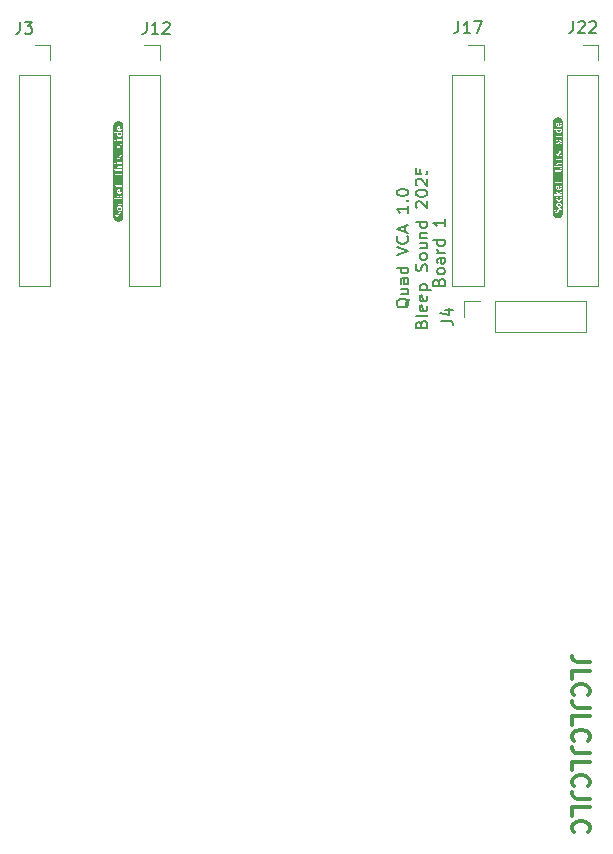
<source format=gto>
G04 #@! TF.GenerationSoftware,KiCad,Pcbnew,8.0.6-8.0.6-0~ubuntu22.04.1*
G04 #@! TF.CreationDate,2025-01-13T21:54:26+00:00*
G04 #@! TF.ProjectId,Basic_VCA,42617369-635f-4564-9341-2e6b69636164,rev?*
G04 #@! TF.SameCoordinates,Original*
G04 #@! TF.FileFunction,Legend,Top*
G04 #@! TF.FilePolarity,Positive*
%FSLAX46Y46*%
G04 Gerber Fmt 4.6, Leading zero omitted, Abs format (unit mm)*
G04 Created by KiCad (PCBNEW 8.0.6-8.0.6-0~ubuntu22.04.1) date 2025-01-13 21:54:26*
%MOMM*%
%LPD*%
G01*
G04 APERTURE LIST*
%ADD10C,0.300000*%
%ADD11C,0.150000*%
%ADD12C,0.120000*%
%ADD13C,0.000000*%
%ADD14R,1.700000X1.700000*%
%ADD15O,1.700000X1.700000*%
%ADD16C,3.200000*%
%ADD17C,1.600000*%
%ADD18O,1.600000X1.600000*%
%ADD19R,1.050000X1.500000*%
%ADD20O,1.050000X1.500000*%
%ADD21C,1.440000*%
%ADD22R,1.600000X1.600000*%
%ADD23C,1.700000*%
%ADD24C,0.800000*%
G04 APERTURE END LIST*
D10*
X103321671Y-127671428D02*
X102250242Y-127671428D01*
X102250242Y-127671428D02*
X102035957Y-127599999D01*
X102035957Y-127599999D02*
X101893100Y-127457142D01*
X101893100Y-127457142D02*
X101821671Y-127242856D01*
X101821671Y-127242856D02*
X101821671Y-127099999D01*
X101821671Y-129099999D02*
X101821671Y-128385713D01*
X101821671Y-128385713D02*
X103321671Y-128385713D01*
X101964528Y-130457142D02*
X101893100Y-130385714D01*
X101893100Y-130385714D02*
X101821671Y-130171428D01*
X101821671Y-130171428D02*
X101821671Y-130028571D01*
X101821671Y-130028571D02*
X101893100Y-129814285D01*
X101893100Y-129814285D02*
X102035957Y-129671428D01*
X102035957Y-129671428D02*
X102178814Y-129599999D01*
X102178814Y-129599999D02*
X102464528Y-129528571D01*
X102464528Y-129528571D02*
X102678814Y-129528571D01*
X102678814Y-129528571D02*
X102964528Y-129599999D01*
X102964528Y-129599999D02*
X103107385Y-129671428D01*
X103107385Y-129671428D02*
X103250242Y-129814285D01*
X103250242Y-129814285D02*
X103321671Y-130028571D01*
X103321671Y-130028571D02*
X103321671Y-130171428D01*
X103321671Y-130171428D02*
X103250242Y-130385714D01*
X103250242Y-130385714D02*
X103178814Y-130457142D01*
X103321671Y-131528571D02*
X102250242Y-131528571D01*
X102250242Y-131528571D02*
X102035957Y-131457142D01*
X102035957Y-131457142D02*
X101893100Y-131314285D01*
X101893100Y-131314285D02*
X101821671Y-131099999D01*
X101821671Y-131099999D02*
X101821671Y-130957142D01*
X101821671Y-132957142D02*
X101821671Y-132242856D01*
X101821671Y-132242856D02*
X103321671Y-132242856D01*
X101964528Y-134314285D02*
X101893100Y-134242857D01*
X101893100Y-134242857D02*
X101821671Y-134028571D01*
X101821671Y-134028571D02*
X101821671Y-133885714D01*
X101821671Y-133885714D02*
X101893100Y-133671428D01*
X101893100Y-133671428D02*
X102035957Y-133528571D01*
X102035957Y-133528571D02*
X102178814Y-133457142D01*
X102178814Y-133457142D02*
X102464528Y-133385714D01*
X102464528Y-133385714D02*
X102678814Y-133385714D01*
X102678814Y-133385714D02*
X102964528Y-133457142D01*
X102964528Y-133457142D02*
X103107385Y-133528571D01*
X103107385Y-133528571D02*
X103250242Y-133671428D01*
X103250242Y-133671428D02*
X103321671Y-133885714D01*
X103321671Y-133885714D02*
X103321671Y-134028571D01*
X103321671Y-134028571D02*
X103250242Y-134242857D01*
X103250242Y-134242857D02*
X103178814Y-134314285D01*
X103321671Y-135385714D02*
X102250242Y-135385714D01*
X102250242Y-135385714D02*
X102035957Y-135314285D01*
X102035957Y-135314285D02*
X101893100Y-135171428D01*
X101893100Y-135171428D02*
X101821671Y-134957142D01*
X101821671Y-134957142D02*
X101821671Y-134814285D01*
X101821671Y-136814285D02*
X101821671Y-136099999D01*
X101821671Y-136099999D02*
X103321671Y-136099999D01*
X101964528Y-138171428D02*
X101893100Y-138100000D01*
X101893100Y-138100000D02*
X101821671Y-137885714D01*
X101821671Y-137885714D02*
X101821671Y-137742857D01*
X101821671Y-137742857D02*
X101893100Y-137528571D01*
X101893100Y-137528571D02*
X102035957Y-137385714D01*
X102035957Y-137385714D02*
X102178814Y-137314285D01*
X102178814Y-137314285D02*
X102464528Y-137242857D01*
X102464528Y-137242857D02*
X102678814Y-137242857D01*
X102678814Y-137242857D02*
X102964528Y-137314285D01*
X102964528Y-137314285D02*
X103107385Y-137385714D01*
X103107385Y-137385714D02*
X103250242Y-137528571D01*
X103250242Y-137528571D02*
X103321671Y-137742857D01*
X103321671Y-137742857D02*
X103321671Y-137885714D01*
X103321671Y-137885714D02*
X103250242Y-138100000D01*
X103250242Y-138100000D02*
X103178814Y-138171428D01*
X103321671Y-139242857D02*
X102250242Y-139242857D01*
X102250242Y-139242857D02*
X102035957Y-139171428D01*
X102035957Y-139171428D02*
X101893100Y-139028571D01*
X101893100Y-139028571D02*
X101821671Y-138814285D01*
X101821671Y-138814285D02*
X101821671Y-138671428D01*
X101821671Y-140671428D02*
X101821671Y-139957142D01*
X101821671Y-139957142D02*
X103321671Y-139957142D01*
X101964528Y-142028571D02*
X101893100Y-141957143D01*
X101893100Y-141957143D02*
X101821671Y-141742857D01*
X101821671Y-141742857D02*
X101821671Y-141600000D01*
X101821671Y-141600000D02*
X101893100Y-141385714D01*
X101893100Y-141385714D02*
X102035957Y-141242857D01*
X102035957Y-141242857D02*
X102178814Y-141171428D01*
X102178814Y-141171428D02*
X102464528Y-141100000D01*
X102464528Y-141100000D02*
X102678814Y-141100000D01*
X102678814Y-141100000D02*
X102964528Y-141171428D01*
X102964528Y-141171428D02*
X103107385Y-141242857D01*
X103107385Y-141242857D02*
X103250242Y-141385714D01*
X103250242Y-141385714D02*
X103321671Y-141600000D01*
X103321671Y-141600000D02*
X103321671Y-141742857D01*
X103321671Y-141742857D02*
X103250242Y-141957143D01*
X103250242Y-141957143D02*
X103178814Y-142028571D01*
D11*
X88045085Y-96885714D02*
X87997466Y-96980952D01*
X87997466Y-96980952D02*
X87902228Y-97076190D01*
X87902228Y-97076190D02*
X87759370Y-97219047D01*
X87759370Y-97219047D02*
X87711751Y-97314285D01*
X87711751Y-97314285D02*
X87711751Y-97409523D01*
X87949847Y-97361904D02*
X87902228Y-97457142D01*
X87902228Y-97457142D02*
X87806989Y-97552380D01*
X87806989Y-97552380D02*
X87616513Y-97599999D01*
X87616513Y-97599999D02*
X87283180Y-97599999D01*
X87283180Y-97599999D02*
X87092704Y-97552380D01*
X87092704Y-97552380D02*
X86997466Y-97457142D01*
X86997466Y-97457142D02*
X86949847Y-97361904D01*
X86949847Y-97361904D02*
X86949847Y-97171428D01*
X86949847Y-97171428D02*
X86997466Y-97076190D01*
X86997466Y-97076190D02*
X87092704Y-96980952D01*
X87092704Y-96980952D02*
X87283180Y-96933333D01*
X87283180Y-96933333D02*
X87616513Y-96933333D01*
X87616513Y-96933333D02*
X87806989Y-96980952D01*
X87806989Y-96980952D02*
X87902228Y-97076190D01*
X87902228Y-97076190D02*
X87949847Y-97171428D01*
X87949847Y-97171428D02*
X87949847Y-97361904D01*
X87283180Y-96076190D02*
X87949847Y-96076190D01*
X87283180Y-96504761D02*
X87806989Y-96504761D01*
X87806989Y-96504761D02*
X87902228Y-96457142D01*
X87902228Y-96457142D02*
X87949847Y-96361904D01*
X87949847Y-96361904D02*
X87949847Y-96219047D01*
X87949847Y-96219047D02*
X87902228Y-96123809D01*
X87902228Y-96123809D02*
X87854608Y-96076190D01*
X87949847Y-95171428D02*
X87426037Y-95171428D01*
X87426037Y-95171428D02*
X87330799Y-95219047D01*
X87330799Y-95219047D02*
X87283180Y-95314285D01*
X87283180Y-95314285D02*
X87283180Y-95504761D01*
X87283180Y-95504761D02*
X87330799Y-95599999D01*
X87902228Y-95171428D02*
X87949847Y-95266666D01*
X87949847Y-95266666D02*
X87949847Y-95504761D01*
X87949847Y-95504761D02*
X87902228Y-95599999D01*
X87902228Y-95599999D02*
X87806989Y-95647618D01*
X87806989Y-95647618D02*
X87711751Y-95647618D01*
X87711751Y-95647618D02*
X87616513Y-95599999D01*
X87616513Y-95599999D02*
X87568894Y-95504761D01*
X87568894Y-95504761D02*
X87568894Y-95266666D01*
X87568894Y-95266666D02*
X87521275Y-95171428D01*
X87949847Y-94266666D02*
X86949847Y-94266666D01*
X87902228Y-94266666D02*
X87949847Y-94361904D01*
X87949847Y-94361904D02*
X87949847Y-94552380D01*
X87949847Y-94552380D02*
X87902228Y-94647618D01*
X87902228Y-94647618D02*
X87854608Y-94695237D01*
X87854608Y-94695237D02*
X87759370Y-94742856D01*
X87759370Y-94742856D02*
X87473656Y-94742856D01*
X87473656Y-94742856D02*
X87378418Y-94695237D01*
X87378418Y-94695237D02*
X87330799Y-94647618D01*
X87330799Y-94647618D02*
X87283180Y-94552380D01*
X87283180Y-94552380D02*
X87283180Y-94361904D01*
X87283180Y-94361904D02*
X87330799Y-94266666D01*
X86949847Y-93171427D02*
X87949847Y-92838094D01*
X87949847Y-92838094D02*
X86949847Y-92504761D01*
X87854608Y-91599999D02*
X87902228Y-91647618D01*
X87902228Y-91647618D02*
X87949847Y-91790475D01*
X87949847Y-91790475D02*
X87949847Y-91885713D01*
X87949847Y-91885713D02*
X87902228Y-92028570D01*
X87902228Y-92028570D02*
X87806989Y-92123808D01*
X87806989Y-92123808D02*
X87711751Y-92171427D01*
X87711751Y-92171427D02*
X87521275Y-92219046D01*
X87521275Y-92219046D02*
X87378418Y-92219046D01*
X87378418Y-92219046D02*
X87187942Y-92171427D01*
X87187942Y-92171427D02*
X87092704Y-92123808D01*
X87092704Y-92123808D02*
X86997466Y-92028570D01*
X86997466Y-92028570D02*
X86949847Y-91885713D01*
X86949847Y-91885713D02*
X86949847Y-91790475D01*
X86949847Y-91790475D02*
X86997466Y-91647618D01*
X86997466Y-91647618D02*
X87045085Y-91599999D01*
X87664132Y-91219046D02*
X87664132Y-90742856D01*
X87949847Y-91314284D02*
X86949847Y-90980951D01*
X86949847Y-90980951D02*
X87949847Y-90647618D01*
X87949847Y-89028570D02*
X87949847Y-89599998D01*
X87949847Y-89314284D02*
X86949847Y-89314284D01*
X86949847Y-89314284D02*
X87092704Y-89409522D01*
X87092704Y-89409522D02*
X87187942Y-89504760D01*
X87187942Y-89504760D02*
X87235561Y-89599998D01*
X87854608Y-88599998D02*
X87902228Y-88552379D01*
X87902228Y-88552379D02*
X87949847Y-88599998D01*
X87949847Y-88599998D02*
X87902228Y-88647617D01*
X87902228Y-88647617D02*
X87854608Y-88599998D01*
X87854608Y-88599998D02*
X87949847Y-88599998D01*
X86949847Y-87933332D02*
X86949847Y-87838094D01*
X86949847Y-87838094D02*
X86997466Y-87742856D01*
X86997466Y-87742856D02*
X87045085Y-87695237D01*
X87045085Y-87695237D02*
X87140323Y-87647618D01*
X87140323Y-87647618D02*
X87330799Y-87599999D01*
X87330799Y-87599999D02*
X87568894Y-87599999D01*
X87568894Y-87599999D02*
X87759370Y-87647618D01*
X87759370Y-87647618D02*
X87854608Y-87695237D01*
X87854608Y-87695237D02*
X87902228Y-87742856D01*
X87902228Y-87742856D02*
X87949847Y-87838094D01*
X87949847Y-87838094D02*
X87949847Y-87933332D01*
X87949847Y-87933332D02*
X87902228Y-88028570D01*
X87902228Y-88028570D02*
X87854608Y-88076189D01*
X87854608Y-88076189D02*
X87759370Y-88123808D01*
X87759370Y-88123808D02*
X87568894Y-88171427D01*
X87568894Y-88171427D02*
X87330799Y-88171427D01*
X87330799Y-88171427D02*
X87140323Y-88123808D01*
X87140323Y-88123808D02*
X87045085Y-88076189D01*
X87045085Y-88076189D02*
X86997466Y-88028570D01*
X86997466Y-88028570D02*
X86949847Y-87933332D01*
X89035981Y-99052381D02*
X89083600Y-98909524D01*
X89083600Y-98909524D02*
X89131219Y-98861905D01*
X89131219Y-98861905D02*
X89226457Y-98814286D01*
X89226457Y-98814286D02*
X89369314Y-98814286D01*
X89369314Y-98814286D02*
X89464552Y-98861905D01*
X89464552Y-98861905D02*
X89512172Y-98909524D01*
X89512172Y-98909524D02*
X89559791Y-99004762D01*
X89559791Y-99004762D02*
X89559791Y-99385714D01*
X89559791Y-99385714D02*
X88559791Y-99385714D01*
X88559791Y-99385714D02*
X88559791Y-99052381D01*
X88559791Y-99052381D02*
X88607410Y-98957143D01*
X88607410Y-98957143D02*
X88655029Y-98909524D01*
X88655029Y-98909524D02*
X88750267Y-98861905D01*
X88750267Y-98861905D02*
X88845505Y-98861905D01*
X88845505Y-98861905D02*
X88940743Y-98909524D01*
X88940743Y-98909524D02*
X88988362Y-98957143D01*
X88988362Y-98957143D02*
X89035981Y-99052381D01*
X89035981Y-99052381D02*
X89035981Y-99385714D01*
X89559791Y-98242857D02*
X89512172Y-98338095D01*
X89512172Y-98338095D02*
X89416933Y-98385714D01*
X89416933Y-98385714D02*
X88559791Y-98385714D01*
X89512172Y-97480952D02*
X89559791Y-97576190D01*
X89559791Y-97576190D02*
X89559791Y-97766666D01*
X89559791Y-97766666D02*
X89512172Y-97861904D01*
X89512172Y-97861904D02*
X89416933Y-97909523D01*
X89416933Y-97909523D02*
X89035981Y-97909523D01*
X89035981Y-97909523D02*
X88940743Y-97861904D01*
X88940743Y-97861904D02*
X88893124Y-97766666D01*
X88893124Y-97766666D02*
X88893124Y-97576190D01*
X88893124Y-97576190D02*
X88940743Y-97480952D01*
X88940743Y-97480952D02*
X89035981Y-97433333D01*
X89035981Y-97433333D02*
X89131219Y-97433333D01*
X89131219Y-97433333D02*
X89226457Y-97909523D01*
X89512172Y-96623809D02*
X89559791Y-96719047D01*
X89559791Y-96719047D02*
X89559791Y-96909523D01*
X89559791Y-96909523D02*
X89512172Y-97004761D01*
X89512172Y-97004761D02*
X89416933Y-97052380D01*
X89416933Y-97052380D02*
X89035981Y-97052380D01*
X89035981Y-97052380D02*
X88940743Y-97004761D01*
X88940743Y-97004761D02*
X88893124Y-96909523D01*
X88893124Y-96909523D02*
X88893124Y-96719047D01*
X88893124Y-96719047D02*
X88940743Y-96623809D01*
X88940743Y-96623809D02*
X89035981Y-96576190D01*
X89035981Y-96576190D02*
X89131219Y-96576190D01*
X89131219Y-96576190D02*
X89226457Y-97052380D01*
X88893124Y-96147618D02*
X89893124Y-96147618D01*
X88940743Y-96147618D02*
X88893124Y-96052380D01*
X88893124Y-96052380D02*
X88893124Y-95861904D01*
X88893124Y-95861904D02*
X88940743Y-95766666D01*
X88940743Y-95766666D02*
X88988362Y-95719047D01*
X88988362Y-95719047D02*
X89083600Y-95671428D01*
X89083600Y-95671428D02*
X89369314Y-95671428D01*
X89369314Y-95671428D02*
X89464552Y-95719047D01*
X89464552Y-95719047D02*
X89512172Y-95766666D01*
X89512172Y-95766666D02*
X89559791Y-95861904D01*
X89559791Y-95861904D02*
X89559791Y-96052380D01*
X89559791Y-96052380D02*
X89512172Y-96147618D01*
X89512172Y-94528570D02*
X89559791Y-94385713D01*
X89559791Y-94385713D02*
X89559791Y-94147618D01*
X89559791Y-94147618D02*
X89512172Y-94052380D01*
X89512172Y-94052380D02*
X89464552Y-94004761D01*
X89464552Y-94004761D02*
X89369314Y-93957142D01*
X89369314Y-93957142D02*
X89274076Y-93957142D01*
X89274076Y-93957142D02*
X89178838Y-94004761D01*
X89178838Y-94004761D02*
X89131219Y-94052380D01*
X89131219Y-94052380D02*
X89083600Y-94147618D01*
X89083600Y-94147618D02*
X89035981Y-94338094D01*
X89035981Y-94338094D02*
X88988362Y-94433332D01*
X88988362Y-94433332D02*
X88940743Y-94480951D01*
X88940743Y-94480951D02*
X88845505Y-94528570D01*
X88845505Y-94528570D02*
X88750267Y-94528570D01*
X88750267Y-94528570D02*
X88655029Y-94480951D01*
X88655029Y-94480951D02*
X88607410Y-94433332D01*
X88607410Y-94433332D02*
X88559791Y-94338094D01*
X88559791Y-94338094D02*
X88559791Y-94099999D01*
X88559791Y-94099999D02*
X88607410Y-93957142D01*
X89559791Y-93385713D02*
X89512172Y-93480951D01*
X89512172Y-93480951D02*
X89464552Y-93528570D01*
X89464552Y-93528570D02*
X89369314Y-93576189D01*
X89369314Y-93576189D02*
X89083600Y-93576189D01*
X89083600Y-93576189D02*
X88988362Y-93528570D01*
X88988362Y-93528570D02*
X88940743Y-93480951D01*
X88940743Y-93480951D02*
X88893124Y-93385713D01*
X88893124Y-93385713D02*
X88893124Y-93242856D01*
X88893124Y-93242856D02*
X88940743Y-93147618D01*
X88940743Y-93147618D02*
X88988362Y-93099999D01*
X88988362Y-93099999D02*
X89083600Y-93052380D01*
X89083600Y-93052380D02*
X89369314Y-93052380D01*
X89369314Y-93052380D02*
X89464552Y-93099999D01*
X89464552Y-93099999D02*
X89512172Y-93147618D01*
X89512172Y-93147618D02*
X89559791Y-93242856D01*
X89559791Y-93242856D02*
X89559791Y-93385713D01*
X88893124Y-92195237D02*
X89559791Y-92195237D01*
X88893124Y-92623808D02*
X89416933Y-92623808D01*
X89416933Y-92623808D02*
X89512172Y-92576189D01*
X89512172Y-92576189D02*
X89559791Y-92480951D01*
X89559791Y-92480951D02*
X89559791Y-92338094D01*
X89559791Y-92338094D02*
X89512172Y-92242856D01*
X89512172Y-92242856D02*
X89464552Y-92195237D01*
X88893124Y-91719046D02*
X89559791Y-91719046D01*
X88988362Y-91719046D02*
X88940743Y-91671427D01*
X88940743Y-91671427D02*
X88893124Y-91576189D01*
X88893124Y-91576189D02*
X88893124Y-91433332D01*
X88893124Y-91433332D02*
X88940743Y-91338094D01*
X88940743Y-91338094D02*
X89035981Y-91290475D01*
X89035981Y-91290475D02*
X89559791Y-91290475D01*
X89559791Y-90385713D02*
X88559791Y-90385713D01*
X89512172Y-90385713D02*
X89559791Y-90480951D01*
X89559791Y-90480951D02*
X89559791Y-90671427D01*
X89559791Y-90671427D02*
X89512172Y-90766665D01*
X89512172Y-90766665D02*
X89464552Y-90814284D01*
X89464552Y-90814284D02*
X89369314Y-90861903D01*
X89369314Y-90861903D02*
X89083600Y-90861903D01*
X89083600Y-90861903D02*
X88988362Y-90814284D01*
X88988362Y-90814284D02*
X88940743Y-90766665D01*
X88940743Y-90766665D02*
X88893124Y-90671427D01*
X88893124Y-90671427D02*
X88893124Y-90480951D01*
X88893124Y-90480951D02*
X88940743Y-90385713D01*
X88655029Y-89195236D02*
X88607410Y-89147617D01*
X88607410Y-89147617D02*
X88559791Y-89052379D01*
X88559791Y-89052379D02*
X88559791Y-88814284D01*
X88559791Y-88814284D02*
X88607410Y-88719046D01*
X88607410Y-88719046D02*
X88655029Y-88671427D01*
X88655029Y-88671427D02*
X88750267Y-88623808D01*
X88750267Y-88623808D02*
X88845505Y-88623808D01*
X88845505Y-88623808D02*
X88988362Y-88671427D01*
X88988362Y-88671427D02*
X89559791Y-89242855D01*
X89559791Y-89242855D02*
X89559791Y-88623808D01*
X88559791Y-88004760D02*
X88559791Y-87909522D01*
X88559791Y-87909522D02*
X88607410Y-87814284D01*
X88607410Y-87814284D02*
X88655029Y-87766665D01*
X88655029Y-87766665D02*
X88750267Y-87719046D01*
X88750267Y-87719046D02*
X88940743Y-87671427D01*
X88940743Y-87671427D02*
X89178838Y-87671427D01*
X89178838Y-87671427D02*
X89369314Y-87719046D01*
X89369314Y-87719046D02*
X89464552Y-87766665D01*
X89464552Y-87766665D02*
X89512172Y-87814284D01*
X89512172Y-87814284D02*
X89559791Y-87909522D01*
X89559791Y-87909522D02*
X89559791Y-88004760D01*
X89559791Y-88004760D02*
X89512172Y-88099998D01*
X89512172Y-88099998D02*
X89464552Y-88147617D01*
X89464552Y-88147617D02*
X89369314Y-88195236D01*
X89369314Y-88195236D02*
X89178838Y-88242855D01*
X89178838Y-88242855D02*
X88940743Y-88242855D01*
X88940743Y-88242855D02*
X88750267Y-88195236D01*
X88750267Y-88195236D02*
X88655029Y-88147617D01*
X88655029Y-88147617D02*
X88607410Y-88099998D01*
X88607410Y-88099998D02*
X88559791Y-88004760D01*
X88655029Y-87290474D02*
X88607410Y-87242855D01*
X88607410Y-87242855D02*
X88559791Y-87147617D01*
X88559791Y-87147617D02*
X88559791Y-86909522D01*
X88559791Y-86909522D02*
X88607410Y-86814284D01*
X88607410Y-86814284D02*
X88655029Y-86766665D01*
X88655029Y-86766665D02*
X88750267Y-86719046D01*
X88750267Y-86719046D02*
X88845505Y-86719046D01*
X88845505Y-86719046D02*
X88988362Y-86766665D01*
X88988362Y-86766665D02*
X89559791Y-87338093D01*
X89559791Y-87338093D02*
X89559791Y-86719046D01*
X88559791Y-85814284D02*
X88559791Y-86290474D01*
X88559791Y-86290474D02*
X89035981Y-86338093D01*
X89035981Y-86338093D02*
X88988362Y-86290474D01*
X88988362Y-86290474D02*
X88940743Y-86195236D01*
X88940743Y-86195236D02*
X88940743Y-85957141D01*
X88940743Y-85957141D02*
X88988362Y-85861903D01*
X88988362Y-85861903D02*
X89035981Y-85814284D01*
X89035981Y-85814284D02*
X89131219Y-85766665D01*
X89131219Y-85766665D02*
X89369314Y-85766665D01*
X89369314Y-85766665D02*
X89464552Y-85814284D01*
X89464552Y-85814284D02*
X89512172Y-85861903D01*
X89512172Y-85861903D02*
X89559791Y-85957141D01*
X89559791Y-85957141D02*
X89559791Y-86195236D01*
X89559791Y-86195236D02*
X89512172Y-86290474D01*
X89512172Y-86290474D02*
X89464552Y-86338093D01*
X90531009Y-95452381D02*
X90578628Y-95309524D01*
X90578628Y-95309524D02*
X90626247Y-95261905D01*
X90626247Y-95261905D02*
X90721485Y-95214286D01*
X90721485Y-95214286D02*
X90864342Y-95214286D01*
X90864342Y-95214286D02*
X90959580Y-95261905D01*
X90959580Y-95261905D02*
X91007200Y-95309524D01*
X91007200Y-95309524D02*
X91054819Y-95404762D01*
X91054819Y-95404762D02*
X91054819Y-95785714D01*
X91054819Y-95785714D02*
X90054819Y-95785714D01*
X90054819Y-95785714D02*
X90054819Y-95452381D01*
X90054819Y-95452381D02*
X90102438Y-95357143D01*
X90102438Y-95357143D02*
X90150057Y-95309524D01*
X90150057Y-95309524D02*
X90245295Y-95261905D01*
X90245295Y-95261905D02*
X90340533Y-95261905D01*
X90340533Y-95261905D02*
X90435771Y-95309524D01*
X90435771Y-95309524D02*
X90483390Y-95357143D01*
X90483390Y-95357143D02*
X90531009Y-95452381D01*
X90531009Y-95452381D02*
X90531009Y-95785714D01*
X91054819Y-94642857D02*
X91007200Y-94738095D01*
X91007200Y-94738095D02*
X90959580Y-94785714D01*
X90959580Y-94785714D02*
X90864342Y-94833333D01*
X90864342Y-94833333D02*
X90578628Y-94833333D01*
X90578628Y-94833333D02*
X90483390Y-94785714D01*
X90483390Y-94785714D02*
X90435771Y-94738095D01*
X90435771Y-94738095D02*
X90388152Y-94642857D01*
X90388152Y-94642857D02*
X90388152Y-94500000D01*
X90388152Y-94500000D02*
X90435771Y-94404762D01*
X90435771Y-94404762D02*
X90483390Y-94357143D01*
X90483390Y-94357143D02*
X90578628Y-94309524D01*
X90578628Y-94309524D02*
X90864342Y-94309524D01*
X90864342Y-94309524D02*
X90959580Y-94357143D01*
X90959580Y-94357143D02*
X91007200Y-94404762D01*
X91007200Y-94404762D02*
X91054819Y-94500000D01*
X91054819Y-94500000D02*
X91054819Y-94642857D01*
X91054819Y-93452381D02*
X90531009Y-93452381D01*
X90531009Y-93452381D02*
X90435771Y-93500000D01*
X90435771Y-93500000D02*
X90388152Y-93595238D01*
X90388152Y-93595238D02*
X90388152Y-93785714D01*
X90388152Y-93785714D02*
X90435771Y-93880952D01*
X91007200Y-93452381D02*
X91054819Y-93547619D01*
X91054819Y-93547619D02*
X91054819Y-93785714D01*
X91054819Y-93785714D02*
X91007200Y-93880952D01*
X91007200Y-93880952D02*
X90911961Y-93928571D01*
X90911961Y-93928571D02*
X90816723Y-93928571D01*
X90816723Y-93928571D02*
X90721485Y-93880952D01*
X90721485Y-93880952D02*
X90673866Y-93785714D01*
X90673866Y-93785714D02*
X90673866Y-93547619D01*
X90673866Y-93547619D02*
X90626247Y-93452381D01*
X91054819Y-92976190D02*
X90388152Y-92976190D01*
X90578628Y-92976190D02*
X90483390Y-92928571D01*
X90483390Y-92928571D02*
X90435771Y-92880952D01*
X90435771Y-92880952D02*
X90388152Y-92785714D01*
X90388152Y-92785714D02*
X90388152Y-92690476D01*
X91054819Y-91928571D02*
X90054819Y-91928571D01*
X91007200Y-91928571D02*
X91054819Y-92023809D01*
X91054819Y-92023809D02*
X91054819Y-92214285D01*
X91054819Y-92214285D02*
X91007200Y-92309523D01*
X91007200Y-92309523D02*
X90959580Y-92357142D01*
X90959580Y-92357142D02*
X90864342Y-92404761D01*
X90864342Y-92404761D02*
X90578628Y-92404761D01*
X90578628Y-92404761D02*
X90483390Y-92357142D01*
X90483390Y-92357142D02*
X90435771Y-92309523D01*
X90435771Y-92309523D02*
X90388152Y-92214285D01*
X90388152Y-92214285D02*
X90388152Y-92023809D01*
X90388152Y-92023809D02*
X90435771Y-91928571D01*
X91054819Y-90166666D02*
X91054819Y-90738094D01*
X91054819Y-90452380D02*
X90054819Y-90452380D01*
X90054819Y-90452380D02*
X90197676Y-90547618D01*
X90197676Y-90547618D02*
X90292914Y-90642856D01*
X90292914Y-90642856D02*
X90340533Y-90738094D01*
X92190476Y-73384819D02*
X92190476Y-74099104D01*
X92190476Y-74099104D02*
X92142857Y-74241961D01*
X92142857Y-74241961D02*
X92047619Y-74337200D01*
X92047619Y-74337200D02*
X91904762Y-74384819D01*
X91904762Y-74384819D02*
X91809524Y-74384819D01*
X93190476Y-74384819D02*
X92619048Y-74384819D01*
X92904762Y-74384819D02*
X92904762Y-73384819D01*
X92904762Y-73384819D02*
X92809524Y-73527676D01*
X92809524Y-73527676D02*
X92714286Y-73622914D01*
X92714286Y-73622914D02*
X92619048Y-73670533D01*
X93523810Y-73384819D02*
X94190476Y-73384819D01*
X94190476Y-73384819D02*
X93761905Y-74384819D01*
X55066666Y-73454819D02*
X55066666Y-74169104D01*
X55066666Y-74169104D02*
X55019047Y-74311961D01*
X55019047Y-74311961D02*
X54923809Y-74407200D01*
X54923809Y-74407200D02*
X54780952Y-74454819D01*
X54780952Y-74454819D02*
X54685714Y-74454819D01*
X55447619Y-73454819D02*
X56066666Y-73454819D01*
X56066666Y-73454819D02*
X55733333Y-73835771D01*
X55733333Y-73835771D02*
X55876190Y-73835771D01*
X55876190Y-73835771D02*
X55971428Y-73883390D01*
X55971428Y-73883390D02*
X56019047Y-73931009D01*
X56019047Y-73931009D02*
X56066666Y-74026247D01*
X56066666Y-74026247D02*
X56066666Y-74264342D01*
X56066666Y-74264342D02*
X56019047Y-74359580D01*
X56019047Y-74359580D02*
X55971428Y-74407200D01*
X55971428Y-74407200D02*
X55876190Y-74454819D01*
X55876190Y-74454819D02*
X55590476Y-74454819D01*
X55590476Y-74454819D02*
X55495238Y-74407200D01*
X55495238Y-74407200D02*
X55447619Y-74359580D01*
X90684819Y-98733333D02*
X91399104Y-98733333D01*
X91399104Y-98733333D02*
X91541961Y-98780952D01*
X91541961Y-98780952D02*
X91637200Y-98876190D01*
X91637200Y-98876190D02*
X91684819Y-99019047D01*
X91684819Y-99019047D02*
X91684819Y-99114285D01*
X91018152Y-97828571D02*
X91684819Y-97828571D01*
X90637200Y-98066666D02*
X91351485Y-98304761D01*
X91351485Y-98304761D02*
X91351485Y-97685714D01*
X101890476Y-73384819D02*
X101890476Y-74099104D01*
X101890476Y-74099104D02*
X101842857Y-74241961D01*
X101842857Y-74241961D02*
X101747619Y-74337200D01*
X101747619Y-74337200D02*
X101604762Y-74384819D01*
X101604762Y-74384819D02*
X101509524Y-74384819D01*
X102319048Y-73480057D02*
X102366667Y-73432438D01*
X102366667Y-73432438D02*
X102461905Y-73384819D01*
X102461905Y-73384819D02*
X102700000Y-73384819D01*
X102700000Y-73384819D02*
X102795238Y-73432438D01*
X102795238Y-73432438D02*
X102842857Y-73480057D01*
X102842857Y-73480057D02*
X102890476Y-73575295D01*
X102890476Y-73575295D02*
X102890476Y-73670533D01*
X102890476Y-73670533D02*
X102842857Y-73813390D01*
X102842857Y-73813390D02*
X102271429Y-74384819D01*
X102271429Y-74384819D02*
X102890476Y-74384819D01*
X103271429Y-73480057D02*
X103319048Y-73432438D01*
X103319048Y-73432438D02*
X103414286Y-73384819D01*
X103414286Y-73384819D02*
X103652381Y-73384819D01*
X103652381Y-73384819D02*
X103747619Y-73432438D01*
X103747619Y-73432438D02*
X103795238Y-73480057D01*
X103795238Y-73480057D02*
X103842857Y-73575295D01*
X103842857Y-73575295D02*
X103842857Y-73670533D01*
X103842857Y-73670533D02*
X103795238Y-73813390D01*
X103795238Y-73813390D02*
X103223810Y-74384819D01*
X103223810Y-74384819D02*
X103842857Y-74384819D01*
X65790476Y-73454819D02*
X65790476Y-74169104D01*
X65790476Y-74169104D02*
X65742857Y-74311961D01*
X65742857Y-74311961D02*
X65647619Y-74407200D01*
X65647619Y-74407200D02*
X65504762Y-74454819D01*
X65504762Y-74454819D02*
X65409524Y-74454819D01*
X66790476Y-74454819D02*
X66219048Y-74454819D01*
X66504762Y-74454819D02*
X66504762Y-73454819D01*
X66504762Y-73454819D02*
X66409524Y-73597676D01*
X66409524Y-73597676D02*
X66314286Y-73692914D01*
X66314286Y-73692914D02*
X66219048Y-73740533D01*
X67171429Y-73550057D02*
X67219048Y-73502438D01*
X67219048Y-73502438D02*
X67314286Y-73454819D01*
X67314286Y-73454819D02*
X67552381Y-73454819D01*
X67552381Y-73454819D02*
X67647619Y-73502438D01*
X67647619Y-73502438D02*
X67695238Y-73550057D01*
X67695238Y-73550057D02*
X67742857Y-73645295D01*
X67742857Y-73645295D02*
X67742857Y-73740533D01*
X67742857Y-73740533D02*
X67695238Y-73883390D01*
X67695238Y-73883390D02*
X67123810Y-74454819D01*
X67123810Y-74454819D02*
X67742857Y-74454819D01*
D12*
X91670000Y-77970000D02*
X91670000Y-95810000D01*
X91670000Y-77970000D02*
X94330000Y-77970000D01*
X91670000Y-95810000D02*
X94330000Y-95810000D01*
X93000000Y-75370000D02*
X94330000Y-75370000D01*
X94330000Y-75370000D02*
X94330000Y-76700000D01*
X94330000Y-77970000D02*
X94330000Y-95810000D01*
X54970000Y-77970000D02*
X54970000Y-95810000D01*
X54970000Y-77970000D02*
X57630000Y-77970000D01*
X54970000Y-95810000D02*
X57630000Y-95810000D01*
X56300000Y-75370000D02*
X57630000Y-75370000D01*
X57630000Y-75370000D02*
X57630000Y-76700000D01*
X57630000Y-77970000D02*
X57630000Y-95810000D01*
X92670000Y-97070000D02*
X94000000Y-97070000D01*
X92670000Y-98400000D02*
X92670000Y-97070000D01*
X95270000Y-97070000D02*
X102950000Y-97070000D01*
X95270000Y-99730000D02*
X95270000Y-97070000D01*
X95270000Y-99730000D02*
X102950000Y-99730000D01*
X102950000Y-99730000D02*
X102950000Y-97070000D01*
D13*
G36*
X63458643Y-82556704D02*
G01*
X63422779Y-82548465D01*
X63391761Y-82531018D01*
X63370436Y-82502908D01*
X63362682Y-82462682D01*
X63370921Y-82421971D01*
X63392730Y-82394830D01*
X63423263Y-82379321D01*
X63458643Y-82374475D01*
X63458643Y-82556704D01*
G37*
G36*
X63458643Y-87887884D02*
G01*
X63422779Y-87879645D01*
X63391761Y-87862197D01*
X63370436Y-87834087D01*
X63362682Y-87793861D01*
X63370921Y-87753150D01*
X63392730Y-87726010D01*
X63423263Y-87710501D01*
X63458643Y-87705654D01*
X63458643Y-87887884D01*
G37*
G36*
X63636995Y-82923102D02*
G01*
X63637964Y-82950242D01*
X63628271Y-82993740D01*
X63599192Y-83023425D01*
X63554847Y-83040509D01*
X63499354Y-83046203D01*
X63442892Y-83041357D01*
X63401454Y-83026817D01*
X63376010Y-83001615D01*
X63367528Y-82964782D01*
X63372859Y-82927948D01*
X63385945Y-82896930D01*
X63634087Y-82896930D01*
X63636995Y-82923102D01*
G37*
G36*
X63557512Y-89165549D02*
G01*
X63601131Y-89183360D01*
X63629483Y-89212803D01*
X63638934Y-89253635D01*
X63629483Y-89295436D01*
X63601131Y-89323909D01*
X63557512Y-89340266D01*
X63502262Y-89345719D01*
X63447132Y-89339782D01*
X63403877Y-89321971D01*
X63375889Y-89292528D01*
X63366559Y-89251696D01*
X63375889Y-89209895D01*
X63403877Y-89181422D01*
X63447132Y-89165065D01*
X63502262Y-89159612D01*
X63557512Y-89165549D01*
G37*
G36*
X63823425Y-82951212D02*
G01*
X63823425Y-83355412D01*
X63823425Y-83943780D01*
X63823425Y-84913086D01*
X63823425Y-85294023D01*
X63823425Y-86041357D01*
X63823425Y-86274960D01*
X63823425Y-87244265D01*
X63823425Y-87760905D01*
X63823425Y-88053635D01*
X63823425Y-88704039D01*
X63823425Y-89251696D01*
X63823425Y-89754766D01*
X63823425Y-89940872D01*
X63823425Y-89940953D01*
X63821386Y-89982456D01*
X63815289Y-90023559D01*
X63805192Y-90063867D01*
X63791194Y-90102991D01*
X63773427Y-90140554D01*
X63752065Y-90176195D01*
X63727312Y-90209571D01*
X63699407Y-90240360D01*
X63668618Y-90268265D01*
X63635242Y-90293018D01*
X63599601Y-90314380D01*
X63562038Y-90332147D01*
X63522914Y-90346145D01*
X63482606Y-90356242D01*
X63441503Y-90362339D01*
X63400000Y-90364378D01*
X63358497Y-90362339D01*
X63317394Y-90356242D01*
X63277086Y-90346145D01*
X63237962Y-90332147D01*
X63200399Y-90314380D01*
X63164758Y-90293018D01*
X63131382Y-90268265D01*
X63100593Y-90240360D01*
X63072688Y-90209571D01*
X63047935Y-90176195D01*
X63026573Y-90140554D01*
X63008806Y-90102991D01*
X62994808Y-90063867D01*
X62984711Y-90023559D01*
X62978614Y-89982456D01*
X62976575Y-89940953D01*
X62976575Y-89940872D01*
X62976575Y-89726656D01*
X63116478Y-89726656D01*
X63121756Y-89786053D01*
X63137588Y-89836295D01*
X63163974Y-89877383D01*
X63220679Y-89918457D01*
X63295800Y-89932149D01*
X63367044Y-89916640D01*
X63415024Y-89877383D01*
X63447011Y-89824556D01*
X63469305Y-89768336D01*
X63486268Y-89727625D01*
X63506624Y-89690792D01*
X63532310Y-89663651D01*
X63565267Y-89652989D01*
X63593861Y-89657351D01*
X63619063Y-89673344D01*
X63636511Y-89704846D01*
X63642811Y-89754766D01*
X63639418Y-89803110D01*
X63629241Y-89843457D01*
X63600162Y-89905977D01*
X63697092Y-89940872D01*
X63726656Y-89873990D01*
X63738651Y-89821890D01*
X63742649Y-89754766D01*
X63737534Y-89686753D01*
X63722186Y-89631341D01*
X63696607Y-89588530D01*
X63640994Y-89547456D01*
X63566236Y-89533764D01*
X63521042Y-89537884D01*
X63484330Y-89550242D01*
X63430048Y-89592407D01*
X63395153Y-89648627D01*
X63371405Y-89707270D01*
X63356866Y-89744588D01*
X63338934Y-89778514D01*
X63315670Y-89803231D01*
X63285137Y-89812924D01*
X63246904Y-89802369D01*
X63223963Y-89770705D01*
X63216317Y-89717932D01*
X63226010Y-89649596D01*
X63249273Y-89595800D01*
X63157189Y-89560905D01*
X63129079Y-89630210D01*
X63119628Y-89674919D01*
X63116478Y-89726656D01*
X62976575Y-89726656D01*
X62976575Y-89251696D01*
X63262843Y-89251696D01*
X63267084Y-89296527D01*
X63279806Y-89337964D01*
X63300404Y-89374919D01*
X63328271Y-89406300D01*
X63362924Y-89431745D01*
X63403877Y-89450888D01*
X63450283Y-89462884D01*
X63501292Y-89466882D01*
X63553029Y-89463005D01*
X63599677Y-89451373D01*
X63640751Y-89432593D01*
X63675767Y-89407270D01*
X63704120Y-89376010D01*
X63725202Y-89339418D01*
X63738288Y-89297859D01*
X63742649Y-89251696D01*
X63738288Y-89205533D01*
X63725202Y-89163974D01*
X63704120Y-89127504D01*
X63675767Y-89096607D01*
X63640751Y-89071648D01*
X63599677Y-89052989D01*
X63553029Y-89041357D01*
X63501292Y-89037480D01*
X63450283Y-89041357D01*
X63403877Y-89052989D01*
X63362924Y-89071769D01*
X63328271Y-89097092D01*
X63300404Y-89128352D01*
X63279806Y-89164943D01*
X63267084Y-89206260D01*
X63262843Y-89251696D01*
X62976575Y-89251696D01*
X62976575Y-88706947D01*
X63262843Y-88706947D01*
X63267569Y-88770073D01*
X63281745Y-88823748D01*
X63304039Y-88868457D01*
X63333118Y-88904685D01*
X63368376Y-88932552D01*
X63409208Y-88952181D01*
X63454281Y-88963813D01*
X63502262Y-88967690D01*
X63550969Y-88963934D01*
X63596284Y-88952666D01*
X63636995Y-88933401D01*
X63671890Y-88905654D01*
X63700485Y-88869184D01*
X63722294Y-88823748D01*
X63736107Y-88768861D01*
X63740711Y-88704039D01*
X63739136Y-88658724D01*
X63734410Y-88619709D01*
X63718417Y-88558643D01*
X63620517Y-88576090D01*
X63633118Y-88631825D01*
X63636995Y-88690468D01*
X63628029Y-88763287D01*
X63601131Y-88811147D01*
X63558481Y-88837682D01*
X63502262Y-88846527D01*
X63447981Y-88838772D01*
X63404847Y-88813570D01*
X63376737Y-88767528D01*
X63366559Y-88696284D01*
X63371890Y-88635703D01*
X63384006Y-88592569D01*
X63288045Y-88566397D01*
X63268659Y-88633279D01*
X63262843Y-88706947D01*
X62976575Y-88706947D01*
X62976575Y-88344426D01*
X63057351Y-88344426D01*
X63077706Y-88464620D01*
X63730048Y-88464620D01*
X63730048Y-88344426D01*
X63514863Y-88344426D01*
X63558966Y-88304200D01*
X63615186Y-88261066D01*
X63675283Y-88220840D01*
X63730048Y-88190307D01*
X63730048Y-88053635D01*
X63668013Y-88089984D01*
X63633118Y-88113853D01*
X63598223Y-88139903D01*
X63563934Y-88167286D01*
X63530856Y-88195153D01*
X63475121Y-88247496D01*
X63428595Y-88204362D01*
X63376252Y-88156866D01*
X63322940Y-88110824D01*
X63274475Y-88071082D01*
X63274475Y-88214540D01*
X63317609Y-88241680D01*
X63364620Y-88274152D01*
X63411632Y-88309047D01*
X63454766Y-88344426D01*
X63057351Y-88344426D01*
X62976575Y-88344426D01*
X62976575Y-87795800D01*
X63262843Y-87795800D01*
X63266721Y-87836026D01*
X63278352Y-87875283D01*
X63297617Y-87911874D01*
X63324394Y-87944103D01*
X63358683Y-87971244D01*
X63400485Y-87992569D01*
X63449677Y-88006381D01*
X63506139Y-88010985D01*
X63560662Y-88006624D01*
X63607916Y-87993538D01*
X63648021Y-87972334D01*
X63681099Y-87943619D01*
X63707027Y-87907754D01*
X63725687Y-87865105D01*
X63736955Y-87816034D01*
X63740711Y-87760905D01*
X63733441Y-87682391D01*
X63715509Y-87616478D01*
X63613732Y-87632956D01*
X63629241Y-87687722D01*
X63636995Y-87756058D01*
X63630574Y-87808885D01*
X63611309Y-87851050D01*
X63580897Y-87878675D01*
X63541034Y-87887884D01*
X63541034Y-87592245D01*
X63520679Y-87590792D01*
X63496446Y-87590307D01*
X63426279Y-87596123D01*
X63368282Y-87613570D01*
X63322456Y-87642649D01*
X63289338Y-87682929D01*
X63269467Y-87733979D01*
X63262843Y-87795800D01*
X62976575Y-87795800D01*
X62976575Y-87298546D01*
X63140711Y-87298546D01*
X63160097Y-87417771D01*
X63274475Y-87417771D01*
X63274475Y-87521486D01*
X63373344Y-87521486D01*
X63373344Y-87417771D01*
X63560420Y-87417771D01*
X63612157Y-87414863D01*
X63652989Y-87406139D01*
X63707754Y-87372213D01*
X63733926Y-87317932D01*
X63740711Y-87244265D01*
X63734895Y-87170113D01*
X63715509Y-87098869D01*
X63612763Y-87115347D01*
X63625363Y-87145880D01*
X63632633Y-87173021D01*
X63636026Y-87200161D01*
X63636995Y-87230695D01*
X63634087Y-87258804D01*
X63622456Y-87280129D01*
X63598223Y-87293699D01*
X63557512Y-87298546D01*
X63373344Y-87298546D01*
X63373344Y-87107593D01*
X63274475Y-87107593D01*
X63274475Y-87298546D01*
X63140711Y-87298546D01*
X62976575Y-87298546D01*
X62976575Y-86329241D01*
X63140711Y-86329241D01*
X63160097Y-86448465D01*
X63274475Y-86448465D01*
X63274475Y-86552181D01*
X63373344Y-86552181D01*
X63373344Y-86448465D01*
X63560420Y-86448465D01*
X63612157Y-86445557D01*
X63652989Y-86436834D01*
X63707754Y-86402908D01*
X63733926Y-86348627D01*
X63740711Y-86274960D01*
X63734895Y-86200808D01*
X63715509Y-86129564D01*
X63612763Y-86146042D01*
X63625363Y-86176575D01*
X63632633Y-86203716D01*
X63636026Y-86230856D01*
X63636995Y-86261389D01*
X63634087Y-86289499D01*
X63622456Y-86310824D01*
X63598223Y-86324394D01*
X63557512Y-86329241D01*
X63373344Y-86329241D01*
X63373344Y-86138287D01*
X63274475Y-86138287D01*
X63274475Y-86329241D01*
X63140711Y-86329241D01*
X62976575Y-86329241D01*
X62976575Y-85922132D01*
X63057351Y-85922132D01*
X63077706Y-86041357D01*
X63730048Y-86041357D01*
X63730048Y-85922132D01*
X63379160Y-85922132D01*
X63372375Y-85896446D01*
X63368498Y-85863974D01*
X63396607Y-85808724D01*
X63433683Y-85797819D01*
X63488691Y-85794184D01*
X63730048Y-85794184D01*
X63730048Y-85674960D01*
X63473183Y-85674960D01*
X63428716Y-85677140D01*
X63388368Y-85683683D01*
X63322456Y-85712762D01*
X63279806Y-85767044D01*
X63268538Y-85805089D01*
X63264782Y-85851373D01*
X63269144Y-85887237D01*
X63278352Y-85922132D01*
X63057351Y-85922132D01*
X62976575Y-85922132D01*
X62976575Y-85582876D01*
X63274475Y-85582876D01*
X63373344Y-85582876D01*
X63373344Y-85456866D01*
X63541034Y-85456866D01*
X63585864Y-85454927D01*
X63625363Y-85449111D01*
X63687884Y-85422456D01*
X63727141Y-85372052D01*
X63737318Y-85336793D01*
X63740711Y-85294023D01*
X63734410Y-85234410D01*
X63710662Y-85165105D01*
X63614701Y-85180614D01*
X63632633Y-85232956D01*
X63636995Y-85272698D01*
X63617124Y-85322617D01*
X63556543Y-85337641D01*
X63274475Y-85337641D01*
X63274475Y-85418094D01*
X63274475Y-85582876D01*
X62976575Y-85582876D01*
X62976575Y-85418094D01*
X63067044Y-85418094D01*
X63087399Y-85470921D01*
X63143619Y-85492730D01*
X63198869Y-85470921D01*
X63219225Y-85418094D01*
X63198869Y-85364782D01*
X63143619Y-85342488D01*
X63087399Y-85364782D01*
X63067044Y-85418094D01*
X62976575Y-85418094D01*
X62976575Y-84874313D01*
X63262843Y-84874313D01*
X63265630Y-84922052D01*
X63273990Y-84962520D01*
X63305008Y-85023102D01*
X63350565Y-85057997D01*
X63405331Y-85069144D01*
X63464943Y-85054604D01*
X63504200Y-85017771D01*
X63529887Y-84968336D01*
X63547819Y-84915024D01*
X63559451Y-84879645D01*
X63571567Y-84849596D01*
X63586591Y-84829241D01*
X63607916Y-84821971D01*
X63633603Y-84845234D01*
X63639903Y-84912116D01*
X63628271Y-84990145D01*
X63603069Y-85062359D01*
X63702908Y-85080775D01*
X63727141Y-85013893D01*
X63737318Y-84967851D01*
X63740711Y-84913086D01*
X63738045Y-84859531D01*
X63730048Y-84815186D01*
X63700969Y-84750727D01*
X63657351Y-84715347D01*
X63604039Y-84704685D01*
X63543457Y-84719224D01*
X63502746Y-84756543D01*
X63476090Y-84807431D01*
X63456704Y-84861712D01*
X63444588Y-84896123D01*
X63431502Y-84924233D01*
X63416478Y-84943619D01*
X63397577Y-84950888D01*
X63373829Y-84934895D01*
X63362682Y-84873344D01*
X63373829Y-84794830D01*
X63389822Y-84743457D01*
X63289015Y-84725040D01*
X63269628Y-84791438D01*
X63264540Y-84831300D01*
X63262843Y-84874313D01*
X62976575Y-84874313D01*
X62976575Y-83905008D01*
X63262843Y-83905008D01*
X63265630Y-83952746D01*
X63273990Y-83993215D01*
X63305008Y-84053796D01*
X63350565Y-84088691D01*
X63405331Y-84099838D01*
X63464943Y-84085299D01*
X63504200Y-84048465D01*
X63529887Y-83999031D01*
X63547819Y-83945719D01*
X63559451Y-83910339D01*
X63571567Y-83880291D01*
X63586591Y-83859935D01*
X63607916Y-83852666D01*
X63633603Y-83875929D01*
X63639903Y-83942811D01*
X63628271Y-84020840D01*
X63603069Y-84093053D01*
X63702908Y-84111470D01*
X63727141Y-84044588D01*
X63737318Y-83998546D01*
X63740711Y-83943780D01*
X63738045Y-83890226D01*
X63730048Y-83845880D01*
X63700969Y-83781422D01*
X63657351Y-83746042D01*
X63604039Y-83735380D01*
X63543457Y-83749919D01*
X63502746Y-83787237D01*
X63476090Y-83838126D01*
X63456704Y-83892407D01*
X63444588Y-83926817D01*
X63431502Y-83954927D01*
X63416478Y-83974313D01*
X63397577Y-83981583D01*
X63373829Y-83965590D01*
X63362682Y-83904039D01*
X63373829Y-83825525D01*
X63389822Y-83774152D01*
X63289015Y-83755735D01*
X63269628Y-83822132D01*
X63264540Y-83861995D01*
X63262843Y-83905008D01*
X62976575Y-83905008D01*
X62976575Y-83644265D01*
X63274475Y-83644265D01*
X63373344Y-83644265D01*
X63373344Y-83518255D01*
X63541034Y-83518255D01*
X63585864Y-83516317D01*
X63625363Y-83510501D01*
X63687884Y-83483845D01*
X63727141Y-83433441D01*
X63737318Y-83398182D01*
X63740711Y-83355412D01*
X63734410Y-83295800D01*
X63710662Y-83226494D01*
X63614701Y-83242003D01*
X63632633Y-83294346D01*
X63636995Y-83334087D01*
X63617124Y-83384006D01*
X63556543Y-83399031D01*
X63274475Y-83399031D01*
X63274475Y-83479483D01*
X63274475Y-83644265D01*
X62976575Y-83644265D01*
X62976575Y-83479483D01*
X63067044Y-83479483D01*
X63087399Y-83532310D01*
X63143619Y-83554119D01*
X63198869Y-83532310D01*
X63219225Y-83479483D01*
X63198869Y-83426171D01*
X63143619Y-83403877D01*
X63087399Y-83426171D01*
X63067044Y-83479483D01*
X62976575Y-83479483D01*
X62976575Y-82777706D01*
X63057351Y-82777706D01*
X63077706Y-82896930D01*
X63285137Y-82896930D01*
X63270113Y-82937641D01*
X63264782Y-82985137D01*
X63271944Y-83040334D01*
X63293430Y-83085730D01*
X63329241Y-83121325D01*
X63377437Y-83146904D01*
X63436080Y-83162251D01*
X63505170Y-83167367D01*
X63573021Y-83161282D01*
X63630533Y-83143026D01*
X63677706Y-83112601D01*
X63712709Y-83070328D01*
X63733710Y-83016532D01*
X63740711Y-82951212D01*
X63739015Y-82905170D01*
X63733926Y-82858158D01*
X63726171Y-82814297D01*
X63716478Y-82777706D01*
X63057351Y-82777706D01*
X62976575Y-82777706D01*
X62976575Y-82464620D01*
X63262843Y-82464620D01*
X63266721Y-82504846D01*
X63278352Y-82544103D01*
X63297617Y-82580695D01*
X63324394Y-82612924D01*
X63358683Y-82640065D01*
X63400485Y-82661389D01*
X63449677Y-82675202D01*
X63506139Y-82679806D01*
X63560662Y-82675444D01*
X63607916Y-82662359D01*
X63648021Y-82641155D01*
X63681099Y-82612439D01*
X63707027Y-82576575D01*
X63725687Y-82533926D01*
X63736955Y-82484855D01*
X63740711Y-82429725D01*
X63733441Y-82351212D01*
X63715509Y-82285299D01*
X63613732Y-82301777D01*
X63629241Y-82356543D01*
X63636995Y-82424879D01*
X63630574Y-82477706D01*
X63611309Y-82519871D01*
X63580897Y-82547496D01*
X63541034Y-82556704D01*
X63541034Y-82261066D01*
X63520679Y-82259612D01*
X63496446Y-82259128D01*
X63426279Y-82264943D01*
X63368282Y-82282391D01*
X63322456Y-82311470D01*
X63289338Y-82351750D01*
X63269467Y-82402800D01*
X63262843Y-82464620D01*
X62976575Y-82464620D01*
X62976575Y-82259128D01*
X62976575Y-82259047D01*
X62978614Y-82217544D01*
X62984711Y-82176441D01*
X62994808Y-82136133D01*
X63008806Y-82097009D01*
X63026573Y-82059446D01*
X63047935Y-82023805D01*
X63072688Y-81990429D01*
X63100593Y-81959640D01*
X63131382Y-81931735D01*
X63164758Y-81906982D01*
X63200399Y-81885619D01*
X63237962Y-81867853D01*
X63277086Y-81853855D01*
X63317394Y-81843758D01*
X63358497Y-81837661D01*
X63400000Y-81835622D01*
X63441503Y-81837661D01*
X63482606Y-81843758D01*
X63522914Y-81853855D01*
X63562038Y-81867853D01*
X63599601Y-81885619D01*
X63635242Y-81906982D01*
X63668618Y-81931735D01*
X63699407Y-81959640D01*
X63727312Y-81990429D01*
X63752065Y-82023805D01*
X63773427Y-82059446D01*
X63791194Y-82097009D01*
X63805192Y-82136133D01*
X63815289Y-82176441D01*
X63821386Y-82217544D01*
X63823425Y-82259047D01*
X63823425Y-82259128D01*
X63823425Y-82429725D01*
X63823425Y-82951212D01*
G37*
D12*
X101370000Y-77970000D02*
X101370000Y-95810000D01*
X101370000Y-77970000D02*
X104030000Y-77970000D01*
X101370000Y-95810000D02*
X104030000Y-95810000D01*
X102700000Y-75370000D02*
X104030000Y-75370000D01*
X104030000Y-75370000D02*
X104030000Y-76700000D01*
X104030000Y-77970000D02*
X104030000Y-95810000D01*
X64270000Y-77970000D02*
X64270000Y-95810000D01*
X64270000Y-77970000D02*
X66930000Y-77970000D01*
X64270000Y-95810000D02*
X66930000Y-95810000D01*
X65600000Y-75370000D02*
X66930000Y-75370000D01*
X66930000Y-75370000D02*
X66930000Y-76700000D01*
X66930000Y-77970000D02*
X66930000Y-95810000D01*
D13*
G36*
X100658643Y-82256704D02*
G01*
X100622779Y-82248465D01*
X100591761Y-82231018D01*
X100570436Y-82202908D01*
X100562682Y-82162682D01*
X100570921Y-82121971D01*
X100592730Y-82094830D01*
X100623263Y-82079321D01*
X100658643Y-82074475D01*
X100658643Y-82256704D01*
G37*
G36*
X100658643Y-87587884D02*
G01*
X100622779Y-87579645D01*
X100591761Y-87562197D01*
X100570436Y-87534087D01*
X100562682Y-87493861D01*
X100570921Y-87453150D01*
X100592730Y-87426010D01*
X100623263Y-87410501D01*
X100658643Y-87405654D01*
X100658643Y-87587884D01*
G37*
G36*
X100836995Y-82623102D02*
G01*
X100837964Y-82650242D01*
X100828271Y-82693740D01*
X100799192Y-82723425D01*
X100754847Y-82740509D01*
X100699354Y-82746203D01*
X100642892Y-82741357D01*
X100601454Y-82726817D01*
X100576010Y-82701615D01*
X100567528Y-82664782D01*
X100572859Y-82627948D01*
X100585945Y-82596930D01*
X100834087Y-82596930D01*
X100836995Y-82623102D01*
G37*
G36*
X100757512Y-88865549D02*
G01*
X100801131Y-88883360D01*
X100829483Y-88912803D01*
X100838934Y-88953635D01*
X100829483Y-88995436D01*
X100801131Y-89023909D01*
X100757512Y-89040266D01*
X100702262Y-89045719D01*
X100647132Y-89039782D01*
X100603877Y-89021971D01*
X100575889Y-88992528D01*
X100566559Y-88951696D01*
X100575889Y-88909895D01*
X100603877Y-88881422D01*
X100647132Y-88865065D01*
X100702262Y-88859612D01*
X100757512Y-88865549D01*
G37*
G36*
X101023425Y-82651212D02*
G01*
X101023425Y-83055412D01*
X101023425Y-83643780D01*
X101023425Y-84613086D01*
X101023425Y-84994023D01*
X101023425Y-85741357D01*
X101023425Y-85974960D01*
X101023425Y-86944265D01*
X101023425Y-87460905D01*
X101023425Y-87753635D01*
X101023425Y-88404039D01*
X101023425Y-88951696D01*
X101023425Y-89454766D01*
X101023425Y-89640872D01*
X101023425Y-89640953D01*
X101021386Y-89682456D01*
X101015289Y-89723559D01*
X101005192Y-89763867D01*
X100991194Y-89802991D01*
X100973427Y-89840554D01*
X100952065Y-89876195D01*
X100927312Y-89909571D01*
X100899407Y-89940360D01*
X100868618Y-89968265D01*
X100835242Y-89993018D01*
X100799601Y-90014380D01*
X100762038Y-90032147D01*
X100722914Y-90046145D01*
X100682606Y-90056242D01*
X100641503Y-90062339D01*
X100600000Y-90064378D01*
X100558497Y-90062339D01*
X100517394Y-90056242D01*
X100477086Y-90046145D01*
X100437962Y-90032147D01*
X100400399Y-90014380D01*
X100364758Y-89993018D01*
X100331382Y-89968265D01*
X100300593Y-89940360D01*
X100272688Y-89909571D01*
X100247935Y-89876195D01*
X100226573Y-89840554D01*
X100208806Y-89802991D01*
X100194808Y-89763867D01*
X100184711Y-89723559D01*
X100178614Y-89682456D01*
X100176575Y-89640953D01*
X100176575Y-89640872D01*
X100176575Y-89426656D01*
X100316478Y-89426656D01*
X100321756Y-89486053D01*
X100337588Y-89536295D01*
X100363974Y-89577383D01*
X100420679Y-89618457D01*
X100495800Y-89632149D01*
X100567044Y-89616640D01*
X100615024Y-89577383D01*
X100647011Y-89524556D01*
X100669305Y-89468336D01*
X100686268Y-89427625D01*
X100706624Y-89390792D01*
X100732310Y-89363651D01*
X100765267Y-89352989D01*
X100793861Y-89357351D01*
X100819063Y-89373344D01*
X100836511Y-89404846D01*
X100842811Y-89454766D01*
X100839418Y-89503110D01*
X100829241Y-89543457D01*
X100800162Y-89605977D01*
X100897092Y-89640872D01*
X100926656Y-89573990D01*
X100938651Y-89521890D01*
X100942649Y-89454766D01*
X100937534Y-89386753D01*
X100922186Y-89331341D01*
X100896607Y-89288530D01*
X100840994Y-89247456D01*
X100766236Y-89233764D01*
X100721042Y-89237884D01*
X100684330Y-89250242D01*
X100630048Y-89292407D01*
X100595153Y-89348627D01*
X100571405Y-89407270D01*
X100556866Y-89444588D01*
X100538934Y-89478514D01*
X100515670Y-89503231D01*
X100485137Y-89512924D01*
X100446904Y-89502369D01*
X100423963Y-89470705D01*
X100416317Y-89417932D01*
X100426010Y-89349596D01*
X100449273Y-89295800D01*
X100357189Y-89260905D01*
X100329079Y-89330210D01*
X100319628Y-89374919D01*
X100316478Y-89426656D01*
X100176575Y-89426656D01*
X100176575Y-88951696D01*
X100462843Y-88951696D01*
X100467084Y-88996527D01*
X100479806Y-89037964D01*
X100500404Y-89074919D01*
X100528271Y-89106300D01*
X100562924Y-89131745D01*
X100603877Y-89150888D01*
X100650283Y-89162884D01*
X100701292Y-89166882D01*
X100753029Y-89163005D01*
X100799677Y-89151373D01*
X100840751Y-89132593D01*
X100875767Y-89107270D01*
X100904120Y-89076010D01*
X100925202Y-89039418D01*
X100938288Y-88997859D01*
X100942649Y-88951696D01*
X100938288Y-88905533D01*
X100925202Y-88863974D01*
X100904120Y-88827504D01*
X100875767Y-88796607D01*
X100840751Y-88771648D01*
X100799677Y-88752989D01*
X100753029Y-88741357D01*
X100701292Y-88737480D01*
X100650283Y-88741357D01*
X100603877Y-88752989D01*
X100562924Y-88771769D01*
X100528271Y-88797092D01*
X100500404Y-88828352D01*
X100479806Y-88864943D01*
X100467084Y-88906260D01*
X100462843Y-88951696D01*
X100176575Y-88951696D01*
X100176575Y-88406947D01*
X100462843Y-88406947D01*
X100467569Y-88470073D01*
X100481745Y-88523748D01*
X100504039Y-88568457D01*
X100533118Y-88604685D01*
X100568376Y-88632552D01*
X100609208Y-88652181D01*
X100654281Y-88663813D01*
X100702262Y-88667690D01*
X100750969Y-88663934D01*
X100796284Y-88652666D01*
X100836995Y-88633401D01*
X100871890Y-88605654D01*
X100900485Y-88569184D01*
X100922294Y-88523748D01*
X100936107Y-88468861D01*
X100940711Y-88404039D01*
X100939136Y-88358724D01*
X100934410Y-88319709D01*
X100918417Y-88258643D01*
X100820517Y-88276090D01*
X100833118Y-88331825D01*
X100836995Y-88390468D01*
X100828029Y-88463287D01*
X100801131Y-88511147D01*
X100758481Y-88537682D01*
X100702262Y-88546527D01*
X100647981Y-88538772D01*
X100604847Y-88513570D01*
X100576737Y-88467528D01*
X100566559Y-88396284D01*
X100571890Y-88335703D01*
X100584006Y-88292569D01*
X100488045Y-88266397D01*
X100468659Y-88333279D01*
X100462843Y-88406947D01*
X100176575Y-88406947D01*
X100176575Y-88044426D01*
X100257351Y-88044426D01*
X100277706Y-88164620D01*
X100930048Y-88164620D01*
X100930048Y-88044426D01*
X100714863Y-88044426D01*
X100758966Y-88004200D01*
X100815186Y-87961066D01*
X100875283Y-87920840D01*
X100930048Y-87890307D01*
X100930048Y-87753635D01*
X100868013Y-87789984D01*
X100833118Y-87813853D01*
X100798223Y-87839903D01*
X100763934Y-87867286D01*
X100730856Y-87895153D01*
X100675121Y-87947496D01*
X100628595Y-87904362D01*
X100576252Y-87856866D01*
X100522940Y-87810824D01*
X100474475Y-87771082D01*
X100474475Y-87914540D01*
X100517609Y-87941680D01*
X100564620Y-87974152D01*
X100611632Y-88009047D01*
X100654766Y-88044426D01*
X100257351Y-88044426D01*
X100176575Y-88044426D01*
X100176575Y-87495800D01*
X100462843Y-87495800D01*
X100466721Y-87536026D01*
X100478352Y-87575283D01*
X100497617Y-87611874D01*
X100524394Y-87644103D01*
X100558683Y-87671244D01*
X100600485Y-87692569D01*
X100649677Y-87706381D01*
X100706139Y-87710985D01*
X100760662Y-87706624D01*
X100807916Y-87693538D01*
X100848021Y-87672334D01*
X100881099Y-87643619D01*
X100907027Y-87607754D01*
X100925687Y-87565105D01*
X100936955Y-87516034D01*
X100940711Y-87460905D01*
X100933441Y-87382391D01*
X100915509Y-87316478D01*
X100813732Y-87332956D01*
X100829241Y-87387722D01*
X100836995Y-87456058D01*
X100830574Y-87508885D01*
X100811309Y-87551050D01*
X100780897Y-87578675D01*
X100741034Y-87587884D01*
X100741034Y-87292245D01*
X100720679Y-87290792D01*
X100696446Y-87290307D01*
X100626279Y-87296123D01*
X100568282Y-87313570D01*
X100522456Y-87342649D01*
X100489338Y-87382929D01*
X100469467Y-87433979D01*
X100462843Y-87495800D01*
X100176575Y-87495800D01*
X100176575Y-86998546D01*
X100340711Y-86998546D01*
X100360097Y-87117771D01*
X100474475Y-87117771D01*
X100474475Y-87221486D01*
X100573344Y-87221486D01*
X100573344Y-87117771D01*
X100760420Y-87117771D01*
X100812157Y-87114863D01*
X100852989Y-87106139D01*
X100907754Y-87072213D01*
X100933926Y-87017932D01*
X100940711Y-86944265D01*
X100934895Y-86870113D01*
X100915509Y-86798869D01*
X100812763Y-86815347D01*
X100825363Y-86845880D01*
X100832633Y-86873021D01*
X100836026Y-86900161D01*
X100836995Y-86930695D01*
X100834087Y-86958804D01*
X100822456Y-86980129D01*
X100798223Y-86993699D01*
X100757512Y-86998546D01*
X100573344Y-86998546D01*
X100573344Y-86807593D01*
X100474475Y-86807593D01*
X100474475Y-86998546D01*
X100340711Y-86998546D01*
X100176575Y-86998546D01*
X100176575Y-86029241D01*
X100340711Y-86029241D01*
X100360097Y-86148465D01*
X100474475Y-86148465D01*
X100474475Y-86252181D01*
X100573344Y-86252181D01*
X100573344Y-86148465D01*
X100760420Y-86148465D01*
X100812157Y-86145557D01*
X100852989Y-86136834D01*
X100907754Y-86102908D01*
X100933926Y-86048627D01*
X100940711Y-85974960D01*
X100934895Y-85900808D01*
X100915509Y-85829564D01*
X100812763Y-85846042D01*
X100825363Y-85876575D01*
X100832633Y-85903716D01*
X100836026Y-85930856D01*
X100836995Y-85961389D01*
X100834087Y-85989499D01*
X100822456Y-86010824D01*
X100798223Y-86024394D01*
X100757512Y-86029241D01*
X100573344Y-86029241D01*
X100573344Y-85838287D01*
X100474475Y-85838287D01*
X100474475Y-86029241D01*
X100340711Y-86029241D01*
X100176575Y-86029241D01*
X100176575Y-85622132D01*
X100257351Y-85622132D01*
X100277706Y-85741357D01*
X100930048Y-85741357D01*
X100930048Y-85622132D01*
X100579160Y-85622132D01*
X100572375Y-85596446D01*
X100568498Y-85563974D01*
X100596607Y-85508724D01*
X100633683Y-85497819D01*
X100688691Y-85494184D01*
X100930048Y-85494184D01*
X100930048Y-85374960D01*
X100673183Y-85374960D01*
X100628716Y-85377140D01*
X100588368Y-85383683D01*
X100522456Y-85412762D01*
X100479806Y-85467044D01*
X100468538Y-85505089D01*
X100464782Y-85551373D01*
X100469144Y-85587237D01*
X100478352Y-85622132D01*
X100257351Y-85622132D01*
X100176575Y-85622132D01*
X100176575Y-85282876D01*
X100474475Y-85282876D01*
X100573344Y-85282876D01*
X100573344Y-85156866D01*
X100741034Y-85156866D01*
X100785864Y-85154927D01*
X100825363Y-85149111D01*
X100887884Y-85122456D01*
X100927141Y-85072052D01*
X100937318Y-85036793D01*
X100940711Y-84994023D01*
X100934410Y-84934410D01*
X100910662Y-84865105D01*
X100814701Y-84880614D01*
X100832633Y-84932956D01*
X100836995Y-84972698D01*
X100817124Y-85022617D01*
X100756543Y-85037641D01*
X100474475Y-85037641D01*
X100474475Y-85118094D01*
X100474475Y-85282876D01*
X100176575Y-85282876D01*
X100176575Y-85118094D01*
X100267044Y-85118094D01*
X100287399Y-85170921D01*
X100343619Y-85192730D01*
X100398869Y-85170921D01*
X100419225Y-85118094D01*
X100398869Y-85064782D01*
X100343619Y-85042488D01*
X100287399Y-85064782D01*
X100267044Y-85118094D01*
X100176575Y-85118094D01*
X100176575Y-84574313D01*
X100462843Y-84574313D01*
X100465630Y-84622052D01*
X100473990Y-84662520D01*
X100505008Y-84723102D01*
X100550565Y-84757997D01*
X100605331Y-84769144D01*
X100664943Y-84754604D01*
X100704200Y-84717771D01*
X100729887Y-84668336D01*
X100747819Y-84615024D01*
X100759451Y-84579645D01*
X100771567Y-84549596D01*
X100786591Y-84529241D01*
X100807916Y-84521971D01*
X100833603Y-84545234D01*
X100839903Y-84612116D01*
X100828271Y-84690145D01*
X100803069Y-84762359D01*
X100902908Y-84780775D01*
X100927141Y-84713893D01*
X100937318Y-84667851D01*
X100940711Y-84613086D01*
X100938045Y-84559531D01*
X100930048Y-84515186D01*
X100900969Y-84450727D01*
X100857351Y-84415347D01*
X100804039Y-84404685D01*
X100743457Y-84419224D01*
X100702746Y-84456543D01*
X100676090Y-84507431D01*
X100656704Y-84561712D01*
X100644588Y-84596123D01*
X100631502Y-84624233D01*
X100616478Y-84643619D01*
X100597577Y-84650888D01*
X100573829Y-84634895D01*
X100562682Y-84573344D01*
X100573829Y-84494830D01*
X100589822Y-84443457D01*
X100489015Y-84425040D01*
X100469628Y-84491438D01*
X100464540Y-84531300D01*
X100462843Y-84574313D01*
X100176575Y-84574313D01*
X100176575Y-83605008D01*
X100462843Y-83605008D01*
X100465630Y-83652746D01*
X100473990Y-83693215D01*
X100505008Y-83753796D01*
X100550565Y-83788691D01*
X100605331Y-83799838D01*
X100664943Y-83785299D01*
X100704200Y-83748465D01*
X100729887Y-83699031D01*
X100747819Y-83645719D01*
X100759451Y-83610339D01*
X100771567Y-83580291D01*
X100786591Y-83559935D01*
X100807916Y-83552666D01*
X100833603Y-83575929D01*
X100839903Y-83642811D01*
X100828271Y-83720840D01*
X100803069Y-83793053D01*
X100902908Y-83811470D01*
X100927141Y-83744588D01*
X100937318Y-83698546D01*
X100940711Y-83643780D01*
X100938045Y-83590226D01*
X100930048Y-83545880D01*
X100900969Y-83481422D01*
X100857351Y-83446042D01*
X100804039Y-83435380D01*
X100743457Y-83449919D01*
X100702746Y-83487237D01*
X100676090Y-83538126D01*
X100656704Y-83592407D01*
X100644588Y-83626817D01*
X100631502Y-83654927D01*
X100616478Y-83674313D01*
X100597577Y-83681583D01*
X100573829Y-83665590D01*
X100562682Y-83604039D01*
X100573829Y-83525525D01*
X100589822Y-83474152D01*
X100489015Y-83455735D01*
X100469628Y-83522132D01*
X100464540Y-83561995D01*
X100462843Y-83605008D01*
X100176575Y-83605008D01*
X100176575Y-83344265D01*
X100474475Y-83344265D01*
X100573344Y-83344265D01*
X100573344Y-83218255D01*
X100741034Y-83218255D01*
X100785864Y-83216317D01*
X100825363Y-83210501D01*
X100887884Y-83183845D01*
X100927141Y-83133441D01*
X100937318Y-83098182D01*
X100940711Y-83055412D01*
X100934410Y-82995800D01*
X100910662Y-82926494D01*
X100814701Y-82942003D01*
X100832633Y-82994346D01*
X100836995Y-83034087D01*
X100817124Y-83084006D01*
X100756543Y-83099031D01*
X100474475Y-83099031D01*
X100474475Y-83179483D01*
X100474475Y-83344265D01*
X100176575Y-83344265D01*
X100176575Y-83179483D01*
X100267044Y-83179483D01*
X100287399Y-83232310D01*
X100343619Y-83254119D01*
X100398869Y-83232310D01*
X100419225Y-83179483D01*
X100398869Y-83126171D01*
X100343619Y-83103877D01*
X100287399Y-83126171D01*
X100267044Y-83179483D01*
X100176575Y-83179483D01*
X100176575Y-82477706D01*
X100257351Y-82477706D01*
X100277706Y-82596930D01*
X100485137Y-82596930D01*
X100470113Y-82637641D01*
X100464782Y-82685137D01*
X100471944Y-82740334D01*
X100493430Y-82785730D01*
X100529241Y-82821325D01*
X100577437Y-82846904D01*
X100636080Y-82862251D01*
X100705170Y-82867367D01*
X100773021Y-82861282D01*
X100830533Y-82843026D01*
X100877706Y-82812601D01*
X100912709Y-82770328D01*
X100933710Y-82716532D01*
X100940711Y-82651212D01*
X100939015Y-82605170D01*
X100933926Y-82558158D01*
X100926171Y-82514297D01*
X100916478Y-82477706D01*
X100257351Y-82477706D01*
X100176575Y-82477706D01*
X100176575Y-82164620D01*
X100462843Y-82164620D01*
X100466721Y-82204846D01*
X100478352Y-82244103D01*
X100497617Y-82280695D01*
X100524394Y-82312924D01*
X100558683Y-82340065D01*
X100600485Y-82361389D01*
X100649677Y-82375202D01*
X100706139Y-82379806D01*
X100760662Y-82375444D01*
X100807916Y-82362359D01*
X100848021Y-82341155D01*
X100881099Y-82312439D01*
X100907027Y-82276575D01*
X100925687Y-82233926D01*
X100936955Y-82184855D01*
X100940711Y-82129725D01*
X100933441Y-82051212D01*
X100915509Y-81985299D01*
X100813732Y-82001777D01*
X100829241Y-82056543D01*
X100836995Y-82124879D01*
X100830574Y-82177706D01*
X100811309Y-82219871D01*
X100780897Y-82247496D01*
X100741034Y-82256704D01*
X100741034Y-81961066D01*
X100720679Y-81959612D01*
X100696446Y-81959128D01*
X100626279Y-81964943D01*
X100568282Y-81982391D01*
X100522456Y-82011470D01*
X100489338Y-82051750D01*
X100469467Y-82102800D01*
X100462843Y-82164620D01*
X100176575Y-82164620D01*
X100176575Y-81959128D01*
X100176575Y-81959047D01*
X100178614Y-81917544D01*
X100184711Y-81876441D01*
X100194808Y-81836133D01*
X100208806Y-81797009D01*
X100226573Y-81759446D01*
X100247935Y-81723805D01*
X100272688Y-81690429D01*
X100300593Y-81659640D01*
X100331382Y-81631735D01*
X100364758Y-81606982D01*
X100400399Y-81585619D01*
X100437962Y-81567853D01*
X100477086Y-81553855D01*
X100517394Y-81543758D01*
X100558497Y-81537661D01*
X100600000Y-81535622D01*
X100641503Y-81537661D01*
X100682606Y-81543758D01*
X100722914Y-81553855D01*
X100762038Y-81567853D01*
X100799601Y-81585619D01*
X100835242Y-81606982D01*
X100868618Y-81631735D01*
X100899407Y-81659640D01*
X100927312Y-81690429D01*
X100952065Y-81723805D01*
X100973427Y-81759446D01*
X100991194Y-81797009D01*
X101005192Y-81836133D01*
X101015289Y-81876441D01*
X101021386Y-81917544D01*
X101023425Y-81959047D01*
X101023425Y-81959128D01*
X101023425Y-82129725D01*
X101023425Y-82651212D01*
G37*
%LPC*%
D14*
X93000000Y-76700000D03*
D15*
X93000000Y-79240000D03*
X93000000Y-81780000D03*
X93000000Y-84320000D03*
X93000000Y-86860000D03*
X93000000Y-89400000D03*
X93000000Y-91940000D03*
X93000000Y-94480000D03*
D14*
X56300000Y-76700000D03*
D15*
X56300000Y-79240000D03*
X56300000Y-81780000D03*
X56300000Y-84320000D03*
X56300000Y-86860000D03*
X56300000Y-89400000D03*
X56300000Y-91940000D03*
X56300000Y-94480000D03*
D14*
X94000000Y-98400000D03*
D15*
X96540000Y-98400000D03*
X99080000Y-98400000D03*
X101620000Y-98400000D03*
D16*
X83500000Y-110500000D03*
D14*
X102700000Y-76700000D03*
D15*
X102700000Y-79240000D03*
X102700000Y-81780000D03*
X102700000Y-84320000D03*
X102700000Y-86860000D03*
X102700000Y-89400000D03*
X102700000Y-91940000D03*
X102700000Y-94480000D03*
D14*
X65600000Y-76700000D03*
D15*
X65600000Y-79240000D03*
X65600000Y-81780000D03*
X65600000Y-84320000D03*
X65600000Y-86860000D03*
X65600000Y-89400000D03*
X65600000Y-91940000D03*
X65600000Y-94480000D03*
D17*
X74400000Y-71900000D03*
X69400000Y-71900000D03*
X82900000Y-145220000D03*
D18*
X82900000Y-137600000D03*
D17*
X72500000Y-87280000D03*
D18*
X72500000Y-94900000D03*
D19*
X96670000Y-50320000D03*
D20*
X95400000Y-50320000D03*
X94130000Y-50320000D03*
D17*
X92500000Y-58720000D03*
D18*
X92500000Y-66340000D03*
D17*
X63000000Y-127390000D03*
D18*
X63000000Y-135010000D03*
D17*
X84000000Y-124610000D03*
D18*
X84000000Y-116990000D03*
D17*
X64610000Y-66900000D03*
D18*
X56990000Y-66900000D03*
D17*
X98100000Y-82910000D03*
D18*
X98100000Y-75290000D03*
D17*
X76800000Y-145220000D03*
D18*
X76800000Y-137600000D03*
D17*
X80400000Y-58720000D03*
D18*
X80400000Y-66340000D03*
D17*
X63610000Y-110900000D03*
D18*
X55990000Y-110900000D03*
D17*
X90600000Y-127480000D03*
D18*
X90600000Y-135100000D03*
D17*
X71900000Y-82110000D03*
D18*
X71900000Y-74490000D03*
D17*
X86400000Y-77690000D03*
D18*
X86400000Y-85310000D03*
D17*
X74300000Y-58720000D03*
D18*
X74300000Y-66340000D03*
D17*
X65800000Y-38510000D03*
D18*
X65800000Y-46130000D03*
D17*
X98600000Y-58710000D03*
D18*
X98600000Y-66330000D03*
D17*
X95600000Y-58710000D03*
D18*
X95600000Y-66330000D03*
D19*
X71370000Y-40130000D03*
D20*
X70100000Y-40130000D03*
X68830000Y-40130000D03*
D17*
X67800000Y-137600000D03*
D18*
X67800000Y-145220000D03*
D17*
X85900000Y-145220000D03*
D18*
X85900000Y-137600000D03*
D21*
X58500000Y-54260000D03*
X58500000Y-56800000D03*
X58500000Y-59340000D03*
D17*
X89500000Y-45840000D03*
D18*
X89500000Y-38220000D03*
D17*
X74400000Y-38210000D03*
D18*
X74400000Y-45830000D03*
D17*
X83400000Y-45720000D03*
X83400000Y-40720000D03*
X55880000Y-104902000D03*
D18*
X63500000Y-104902000D03*
D17*
X89500000Y-58720000D03*
D18*
X89500000Y-66340000D03*
D17*
X73600000Y-110200000D03*
D18*
X65980000Y-110200000D03*
D17*
X95500000Y-45920000D03*
D18*
X95500000Y-38300000D03*
D17*
X64610000Y-72900000D03*
D18*
X56990000Y-72900000D03*
D17*
X62300000Y-107900000D03*
X57300000Y-107900000D03*
D19*
X96730000Y-133300000D03*
D20*
X98000000Y-133300000D03*
X99270000Y-133300000D03*
D17*
X68800000Y-117000000D03*
D18*
X68800000Y-124620000D03*
D17*
X65110000Y-140150000D03*
D18*
X57490000Y-140150000D03*
D17*
X77400000Y-45830000D03*
D18*
X77400000Y-38210000D03*
D17*
X102800000Y-46420000D03*
D18*
X102800000Y-38800000D03*
D17*
X86500000Y-38210000D03*
D18*
X86500000Y-45830000D03*
D17*
X55990000Y-113900000D03*
D18*
X63610000Y-113900000D03*
D17*
X77900000Y-108300000D03*
D18*
X77900000Y-115920000D03*
D17*
X99210000Y-141400000D03*
D18*
X91590000Y-141400000D03*
D17*
X99800000Y-56530000D03*
D18*
X99800000Y-48910000D03*
D17*
X88900000Y-137600000D03*
D18*
X88900000Y-145220000D03*
D17*
X70800000Y-145220000D03*
D18*
X70800000Y-137600000D03*
D17*
X84690000Y-72000000D03*
D18*
X92310000Y-72000000D03*
D17*
X62800000Y-38500000D03*
D18*
X62800000Y-46120000D03*
D17*
X85210000Y-99200000D03*
D18*
X77590000Y-99200000D03*
D17*
X68690000Y-84700000D03*
D18*
X76310000Y-84700000D03*
D17*
X82410000Y-105700000D03*
D18*
X74790000Y-105700000D03*
D17*
X60000000Y-127390000D03*
D18*
X60000000Y-135010000D03*
D17*
X74800000Y-124610000D03*
D18*
X74800000Y-116990000D03*
D17*
X57800000Y-46100000D03*
D18*
X57800000Y-38480000D03*
D17*
X65990000Y-113200000D03*
D18*
X73610000Y-113200000D03*
D21*
X78860000Y-89600000D03*
X81400000Y-89600000D03*
X83940000Y-89600000D03*
X78860000Y-95000000D03*
X81400000Y-95000000D03*
X83940000Y-95000000D03*
D22*
X89460000Y-103800000D03*
D17*
X91460000Y-103800000D03*
X81000000Y-117000000D03*
D18*
X81000000Y-124620000D03*
D17*
X69460000Y-87280000D03*
D18*
X69460000Y-94900000D03*
D17*
X93700000Y-127480000D03*
D18*
X93700000Y-135100000D03*
D17*
X92310000Y-69000000D03*
D18*
X84690000Y-69000000D03*
D17*
X86500000Y-66340000D03*
D18*
X86500000Y-58720000D03*
D21*
X96010000Y-71100000D03*
X98550000Y-71100000D03*
X101090000Y-71100000D03*
D17*
X73800000Y-137600000D03*
D18*
X73800000Y-145220000D03*
D22*
X72175000Y-127400000D03*
D18*
X74715000Y-127400000D03*
X77255000Y-127400000D03*
X79795000Y-127400000D03*
X82335000Y-127400000D03*
X84875000Y-127400000D03*
X87415000Y-127400000D03*
X87415000Y-135020000D03*
X84875000Y-135020000D03*
X82335000Y-135020000D03*
X79795000Y-135020000D03*
X77255000Y-135020000D03*
X74715000Y-135020000D03*
X72175000Y-135020000D03*
D17*
X102800000Y-48910000D03*
D18*
X102800000Y-56530000D03*
D17*
X87000000Y-116990000D03*
D18*
X87000000Y-124610000D03*
D19*
X68830000Y-44220000D03*
D20*
X70100000Y-44220000D03*
X71370000Y-44220000D03*
D17*
X92500000Y-38300000D03*
D18*
X92500000Y-45920000D03*
D17*
X71300000Y-66350000D03*
D18*
X71300000Y-58730000D03*
D17*
X79800000Y-142800000D03*
X79800000Y-137800000D03*
X62900000Y-60910000D03*
D18*
X62900000Y-53290000D03*
D17*
X71800000Y-116990000D03*
D18*
X71800000Y-124610000D03*
D19*
X99270000Y-129270000D03*
D20*
X98000000Y-129270000D03*
X96730000Y-129270000D03*
D21*
X62340000Y-121100000D03*
X59800000Y-121100000D03*
X57260000Y-121100000D03*
D17*
X80200000Y-102700000D03*
X75200000Y-102700000D03*
X99230000Y-138400000D03*
D18*
X91610000Y-138400000D03*
D17*
X83400000Y-63920000D03*
X83400000Y-58920000D03*
X89400000Y-85310000D03*
D18*
X89400000Y-77690000D03*
D17*
X63600000Y-116900000D03*
D18*
X55980000Y-116900000D03*
D21*
X63380000Y-100700000D03*
X60840000Y-100700000D03*
X58300000Y-100700000D03*
D17*
X90000000Y-124610000D03*
D18*
X90000000Y-116990000D03*
G36*
G01*
X100550000Y-104980000D02*
X100550000Y-106180000D01*
G75*
G02*
X100300000Y-106430000I-250000J0D01*
G01*
X99100000Y-106430000D01*
G75*
G02*
X98850000Y-106180000I0J250000D01*
G01*
X98850000Y-104980000D01*
G75*
G02*
X99100000Y-104730000I250000J0D01*
G01*
X100300000Y-104730000D01*
G75*
G02*
X100550000Y-104980000I0J-250000D01*
G01*
G37*
D23*
X97160000Y-105580000D03*
X99700000Y-108120000D03*
X97160000Y-108120000D03*
X99700000Y-110660000D03*
X97160000Y-110660000D03*
X99700000Y-113200000D03*
X97160000Y-113200000D03*
X99700000Y-115740000D03*
X97160000Y-115740000D03*
D17*
X77400000Y-66340000D03*
D18*
X77400000Y-58720000D03*
D22*
X91515112Y-112120000D03*
D17*
X89515112Y-112120000D03*
X65110000Y-143300000D03*
D18*
X57490000Y-143300000D03*
D17*
X56990000Y-63900000D03*
D18*
X64610000Y-63900000D03*
D17*
X56990000Y-69900000D03*
D18*
X64610000Y-69900000D03*
D17*
X78000000Y-124600000D03*
X78000000Y-119600000D03*
D22*
X75775000Y-48520000D03*
D18*
X78315000Y-48520000D03*
X80855000Y-48520000D03*
X83395000Y-48520000D03*
X85935000Y-48520000D03*
X88475000Y-48520000D03*
X91015000Y-48520000D03*
X91015000Y-56140000D03*
X88475000Y-56140000D03*
X85935000Y-56140000D03*
X83395000Y-56140000D03*
X80855000Y-56140000D03*
X78315000Y-56140000D03*
X75775000Y-56140000D03*
D21*
X77260000Y-80500000D03*
X79800000Y-80500000D03*
X82340000Y-80500000D03*
D17*
X89900000Y-75100000D03*
X84900000Y-75100000D03*
D19*
X66030000Y-132900000D03*
D20*
X67300000Y-132900000D03*
X68570000Y-132900000D03*
D21*
X67100000Y-54530000D03*
X67100000Y-57070000D03*
X67100000Y-59610000D03*
D19*
X94130000Y-54420000D03*
D20*
X95400000Y-54420000D03*
X96670000Y-54420000D03*
D17*
X80400000Y-38210000D03*
D18*
X80400000Y-45830000D03*
D17*
X99800000Y-46420000D03*
D18*
X99800000Y-38800000D03*
D19*
X68600238Y-128800000D03*
D20*
X67330238Y-128800000D03*
X66060238Y-128800000D03*
D24*
X95400000Y-86700000D03*
X57400000Y-115400000D03*
X60800000Y-102700000D03*
X95700000Y-126700000D03*
X80700000Y-84700000D03*
X66500000Y-68800000D03*
X83400000Y-38700000D03*
X71800000Y-109600000D03*
X63800000Y-129400000D03*
X63500000Y-102700000D03*
X64100000Y-137000000D03*
X59200000Y-48800000D03*
X98700000Y-87900000D03*
X71900000Y-49500000D03*
X58400000Y-136900000D03*
X71800000Y-110500000D03*
X65100000Y-49000000D03*
X57800000Y-136100000D03*
X71800000Y-111400000D03*
X71100000Y-54400000D03*
X80000000Y-145200000D03*
X56900000Y-99000000D03*
X71100000Y-55300000D03*
X75100000Y-100900000D03*
X64200000Y-49000000D03*
X98700000Y-87000000D03*
X56900000Y-98100000D03*
X98000000Y-56000000D03*
X65100000Y-137000000D03*
X72800000Y-49500000D03*
X81600000Y-84700000D03*
X64500000Y-102700000D03*
X79800000Y-84700000D03*
X86700000Y-72100000D03*
X95400000Y-87600000D03*
X59200000Y-47900000D03*
X96700000Y-78000000D03*
X84800000Y-78400000D03*
X61250000Y-92650000D03*
X61250000Y-95410659D03*
X59700000Y-108800000D03*
X58500000Y-126300000D03*
X83600000Y-91700000D03*
X74000000Y-100700000D03*
X83650000Y-130050000D03*
X76000000Y-115300000D03*
X75100000Y-114100000D03*
X69750000Y-104449999D03*
X66200000Y-119600000D03*
X85430331Y-80569669D03*
X73500000Y-69000000D03*
X79700000Y-70000000D03*
X95080331Y-74019669D03*
X70500000Y-99400000D03*
%LPD*%
M02*

</source>
